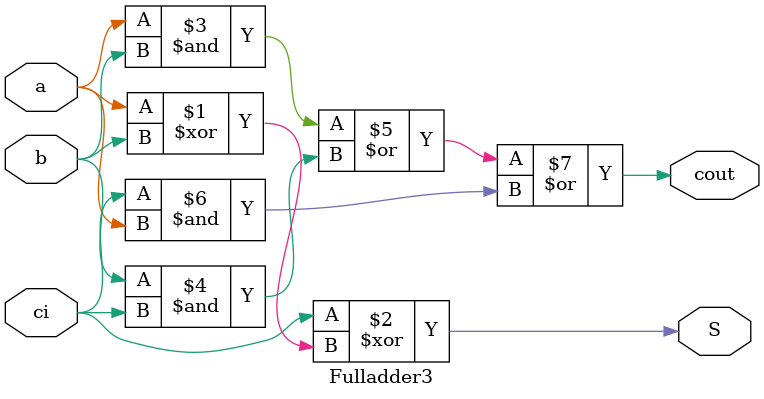
<source format=v>
`timescale 1ns / 1ps
module Fulladder3(
input ci,
input a, b, 
output S,
output cout
    );

assign S = ci ^ ( a ^ b );
assign cout = (a & b) | (b & ci) | (ci & a); 

endmodule


</source>
